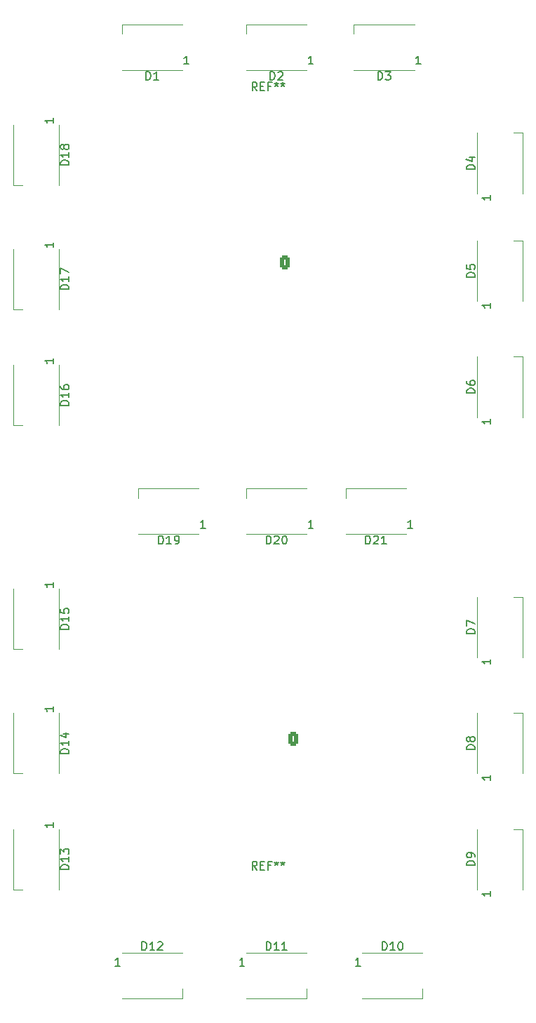
<source format=gto>
G04 #@! TF.GenerationSoftware,KiCad,Pcbnew,6.0.2+dfsg-1*
G04 #@! TF.CreationDate,2022-10-20T18:04:05-07:00*
G04 #@! TF.ProjectId,digit,64696769-742e-46b6-9963-61645f706362,rev?*
G04 #@! TF.SameCoordinates,Original*
G04 #@! TF.FileFunction,Legend,Top*
G04 #@! TF.FilePolarity,Positive*
%FSLAX46Y46*%
G04 Gerber Fmt 4.6, Leading zero omitted, Abs format (unit mm)*
G04 Created by KiCad (PCBNEW 6.0.2+dfsg-1) date 2022-10-20 18:04:05*
%MOMM*%
%LPD*%
G01*
G04 APERTURE LIST*
G04 Aperture macros list*
%AMRoundRect*
0 Rectangle with rounded corners*
0 $1 Rounding radius*
0 $2 $3 $4 $5 $6 $7 $8 $9 X,Y pos of 4 corners*
0 Add a 4 corners polygon primitive as box body*
4,1,4,$2,$3,$4,$5,$6,$7,$8,$9,$2,$3,0*
0 Add four circle primitives for the rounded corners*
1,1,$1+$1,$2,$3*
1,1,$1+$1,$4,$5*
1,1,$1+$1,$6,$7*
1,1,$1+$1,$8,$9*
0 Add four rect primitives between the rounded corners*
20,1,$1+$1,$2,$3,$4,$5,0*
20,1,$1+$1,$4,$5,$6,$7,0*
20,1,$1+$1,$6,$7,$8,$9,0*
20,1,$1+$1,$8,$9,$2,$3,0*%
G04 Aperture macros list end*
%ADD10C,0.150000*%
%ADD11C,0.120000*%
%ADD12R,1.000000X1.500000*%
%ADD13C,3.200000*%
%ADD14R,1.500000X1.000000*%
%ADD15RoundRect,0.250000X0.350000X0.625000X-0.350000X0.625000X-0.350000X-0.625000X0.350000X-0.625000X0*%
%ADD16O,1.200000X1.750000*%
G04 APERTURE END LIST*
D10*
X78952380Y-135214285D02*
X77952380Y-135214285D01*
X77952380Y-134976190D01*
X78000000Y-134833333D01*
X78095238Y-134738095D01*
X78190476Y-134690476D01*
X78380952Y-134642857D01*
X78523809Y-134642857D01*
X78714285Y-134690476D01*
X78809523Y-134738095D01*
X78904761Y-134833333D01*
X78952380Y-134976190D01*
X78952380Y-135214285D01*
X78952380Y-133690476D02*
X78952380Y-134261904D01*
X78952380Y-133976190D02*
X77952380Y-133976190D01*
X78095238Y-134071428D01*
X78190476Y-134166666D01*
X78238095Y-134261904D01*
X78285714Y-132833333D02*
X78952380Y-132833333D01*
X77904761Y-133071428D02*
X78619047Y-133309523D01*
X78619047Y-132690476D01*
X77052380Y-129564285D02*
X77052380Y-130135714D01*
X77052380Y-129850000D02*
X76052380Y-129850000D01*
X76195238Y-129945238D01*
X76290476Y-130040476D01*
X76338095Y-130135714D01*
X127952380Y-120738095D02*
X126952380Y-120738095D01*
X126952380Y-120500000D01*
X127000000Y-120357142D01*
X127095238Y-120261904D01*
X127190476Y-120214285D01*
X127380952Y-120166666D01*
X127523809Y-120166666D01*
X127714285Y-120214285D01*
X127809523Y-120261904D01*
X127904761Y-120357142D01*
X127952380Y-120500000D01*
X127952380Y-120738095D01*
X126952380Y-119833333D02*
X126952380Y-119166666D01*
X127952380Y-119595238D01*
X129852380Y-123864285D02*
X129852380Y-124435714D01*
X129852380Y-124150000D02*
X128852380Y-124150000D01*
X128995238Y-124245238D01*
X129090476Y-124340476D01*
X129138095Y-124435714D01*
X78952380Y-79214285D02*
X77952380Y-79214285D01*
X77952380Y-78976190D01*
X78000000Y-78833333D01*
X78095238Y-78738095D01*
X78190476Y-78690476D01*
X78380952Y-78642857D01*
X78523809Y-78642857D01*
X78714285Y-78690476D01*
X78809523Y-78738095D01*
X78904761Y-78833333D01*
X78952380Y-78976190D01*
X78952380Y-79214285D01*
X78952380Y-77690476D02*
X78952380Y-78261904D01*
X78952380Y-77976190D02*
X77952380Y-77976190D01*
X78095238Y-78071428D01*
X78190476Y-78166666D01*
X78238095Y-78261904D01*
X77952380Y-77357142D02*
X77952380Y-76690476D01*
X78952380Y-77119047D01*
X77052380Y-73564285D02*
X77052380Y-74135714D01*
X77052380Y-73850000D02*
X76052380Y-73850000D01*
X76195238Y-73945238D01*
X76290476Y-74040476D01*
X76338095Y-74135714D01*
X127952380Y-64738095D02*
X126952380Y-64738095D01*
X126952380Y-64500000D01*
X127000000Y-64357142D01*
X127095238Y-64261904D01*
X127190476Y-64214285D01*
X127380952Y-64166666D01*
X127523809Y-64166666D01*
X127714285Y-64214285D01*
X127809523Y-64261904D01*
X127904761Y-64357142D01*
X127952380Y-64500000D01*
X127952380Y-64738095D01*
X127285714Y-63309523D02*
X127952380Y-63309523D01*
X126904761Y-63547619D02*
X127619047Y-63785714D01*
X127619047Y-63166666D01*
X129852380Y-67864285D02*
X129852380Y-68435714D01*
X129852380Y-68150000D02*
X128852380Y-68150000D01*
X128995238Y-68245238D01*
X129090476Y-68340476D01*
X129138095Y-68435714D01*
X78952380Y-64214285D02*
X77952380Y-64214285D01*
X77952380Y-63976190D01*
X78000000Y-63833333D01*
X78095238Y-63738095D01*
X78190476Y-63690476D01*
X78380952Y-63642857D01*
X78523809Y-63642857D01*
X78714285Y-63690476D01*
X78809523Y-63738095D01*
X78904761Y-63833333D01*
X78952380Y-63976190D01*
X78952380Y-64214285D01*
X78952380Y-62690476D02*
X78952380Y-63261904D01*
X78952380Y-62976190D02*
X77952380Y-62976190D01*
X78095238Y-63071428D01*
X78190476Y-63166666D01*
X78238095Y-63261904D01*
X78380952Y-62119047D02*
X78333333Y-62214285D01*
X78285714Y-62261904D01*
X78190476Y-62309523D01*
X78142857Y-62309523D01*
X78047619Y-62261904D01*
X78000000Y-62214285D01*
X77952380Y-62119047D01*
X77952380Y-61928571D01*
X78000000Y-61833333D01*
X78047619Y-61785714D01*
X78142857Y-61738095D01*
X78190476Y-61738095D01*
X78285714Y-61785714D01*
X78333333Y-61833333D01*
X78380952Y-61928571D01*
X78380952Y-62119047D01*
X78428571Y-62214285D01*
X78476190Y-62261904D01*
X78571428Y-62309523D01*
X78761904Y-62309523D01*
X78857142Y-62261904D01*
X78904761Y-62214285D01*
X78952380Y-62119047D01*
X78952380Y-61928571D01*
X78904761Y-61833333D01*
X78857142Y-61785714D01*
X78761904Y-61738095D01*
X78571428Y-61738095D01*
X78476190Y-61785714D01*
X78428571Y-61833333D01*
X78380952Y-61928571D01*
X77052380Y-58564285D02*
X77052380Y-59135714D01*
X77052380Y-58850000D02*
X76052380Y-58850000D01*
X76195238Y-58945238D01*
X76290476Y-59040476D01*
X76338095Y-59135714D01*
X101666666Y-55252380D02*
X101333333Y-54776190D01*
X101095238Y-55252380D02*
X101095238Y-54252380D01*
X101476190Y-54252380D01*
X101571428Y-54300000D01*
X101619047Y-54347619D01*
X101666666Y-54442857D01*
X101666666Y-54585714D01*
X101619047Y-54680952D01*
X101571428Y-54728571D01*
X101476190Y-54776190D01*
X101095238Y-54776190D01*
X102095238Y-54728571D02*
X102428571Y-54728571D01*
X102571428Y-55252380D02*
X102095238Y-55252380D01*
X102095238Y-54252380D01*
X102571428Y-54252380D01*
X103333333Y-54728571D02*
X103000000Y-54728571D01*
X103000000Y-55252380D02*
X103000000Y-54252380D01*
X103476190Y-54252380D01*
X104000000Y-54252380D02*
X104000000Y-54490476D01*
X103761904Y-54395238D02*
X104000000Y-54490476D01*
X104238095Y-54395238D01*
X103857142Y-54680952D02*
X104000000Y-54490476D01*
X104142857Y-54680952D01*
X104761904Y-54252380D02*
X104761904Y-54490476D01*
X104523809Y-54395238D02*
X104761904Y-54490476D01*
X105000000Y-54395238D01*
X104619047Y-54680952D02*
X104761904Y-54490476D01*
X104904761Y-54680952D01*
X78952380Y-149214285D02*
X77952380Y-149214285D01*
X77952380Y-148976190D01*
X78000000Y-148833333D01*
X78095238Y-148738095D01*
X78190476Y-148690476D01*
X78380952Y-148642857D01*
X78523809Y-148642857D01*
X78714285Y-148690476D01*
X78809523Y-148738095D01*
X78904761Y-148833333D01*
X78952380Y-148976190D01*
X78952380Y-149214285D01*
X78952380Y-147690476D02*
X78952380Y-148261904D01*
X78952380Y-147976190D02*
X77952380Y-147976190D01*
X78095238Y-148071428D01*
X78190476Y-148166666D01*
X78238095Y-148261904D01*
X77952380Y-147357142D02*
X77952380Y-146738095D01*
X78333333Y-147071428D01*
X78333333Y-146928571D01*
X78380952Y-146833333D01*
X78428571Y-146785714D01*
X78523809Y-146738095D01*
X78761904Y-146738095D01*
X78857142Y-146785714D01*
X78904761Y-146833333D01*
X78952380Y-146928571D01*
X78952380Y-147214285D01*
X78904761Y-147309523D01*
X78857142Y-147357142D01*
X77052380Y-143564285D02*
X77052380Y-144135714D01*
X77052380Y-143850000D02*
X76052380Y-143850000D01*
X76195238Y-143945238D01*
X76290476Y-144040476D01*
X76338095Y-144135714D01*
X88261904Y-53952380D02*
X88261904Y-52952380D01*
X88500000Y-52952380D01*
X88642857Y-53000000D01*
X88738095Y-53095238D01*
X88785714Y-53190476D01*
X88833333Y-53380952D01*
X88833333Y-53523809D01*
X88785714Y-53714285D01*
X88738095Y-53809523D01*
X88642857Y-53904761D01*
X88500000Y-53952380D01*
X88261904Y-53952380D01*
X89785714Y-53952380D02*
X89214285Y-53952380D01*
X89500000Y-53952380D02*
X89500000Y-52952380D01*
X89404761Y-53095238D01*
X89309523Y-53190476D01*
X89214285Y-53238095D01*
X93435714Y-52052380D02*
X92864285Y-52052380D01*
X93150000Y-52052380D02*
X93150000Y-51052380D01*
X93054761Y-51195238D01*
X92959523Y-51290476D01*
X92864285Y-51338095D01*
X116261904Y-53952380D02*
X116261904Y-52952380D01*
X116500000Y-52952380D01*
X116642857Y-53000000D01*
X116738095Y-53095238D01*
X116785714Y-53190476D01*
X116833333Y-53380952D01*
X116833333Y-53523809D01*
X116785714Y-53714285D01*
X116738095Y-53809523D01*
X116642857Y-53904761D01*
X116500000Y-53952380D01*
X116261904Y-53952380D01*
X117166666Y-52952380D02*
X117785714Y-52952380D01*
X117452380Y-53333333D01*
X117595238Y-53333333D01*
X117690476Y-53380952D01*
X117738095Y-53428571D01*
X117785714Y-53523809D01*
X117785714Y-53761904D01*
X117738095Y-53857142D01*
X117690476Y-53904761D01*
X117595238Y-53952380D01*
X117309523Y-53952380D01*
X117214285Y-53904761D01*
X117166666Y-53857142D01*
X121435714Y-52052380D02*
X120864285Y-52052380D01*
X121150000Y-52052380D02*
X121150000Y-51052380D01*
X121054761Y-51195238D01*
X120959523Y-51290476D01*
X120864285Y-51338095D01*
X127952380Y-77738095D02*
X126952380Y-77738095D01*
X126952380Y-77500000D01*
X127000000Y-77357142D01*
X127095238Y-77261904D01*
X127190476Y-77214285D01*
X127380952Y-77166666D01*
X127523809Y-77166666D01*
X127714285Y-77214285D01*
X127809523Y-77261904D01*
X127904761Y-77357142D01*
X127952380Y-77500000D01*
X127952380Y-77738095D01*
X126952380Y-76261904D02*
X126952380Y-76738095D01*
X127428571Y-76785714D01*
X127380952Y-76738095D01*
X127333333Y-76642857D01*
X127333333Y-76404761D01*
X127380952Y-76309523D01*
X127428571Y-76261904D01*
X127523809Y-76214285D01*
X127761904Y-76214285D01*
X127857142Y-76261904D01*
X127904761Y-76309523D01*
X127952380Y-76404761D01*
X127952380Y-76642857D01*
X127904761Y-76738095D01*
X127857142Y-76785714D01*
X129852380Y-80864285D02*
X129852380Y-81435714D01*
X129852380Y-81150000D02*
X128852380Y-81150000D01*
X128995238Y-81245238D01*
X129090476Y-81340476D01*
X129138095Y-81435714D01*
X103261904Y-53952380D02*
X103261904Y-52952380D01*
X103500000Y-52952380D01*
X103642857Y-53000000D01*
X103738095Y-53095238D01*
X103785714Y-53190476D01*
X103833333Y-53380952D01*
X103833333Y-53523809D01*
X103785714Y-53714285D01*
X103738095Y-53809523D01*
X103642857Y-53904761D01*
X103500000Y-53952380D01*
X103261904Y-53952380D01*
X104214285Y-53047619D02*
X104261904Y-53000000D01*
X104357142Y-52952380D01*
X104595238Y-52952380D01*
X104690476Y-53000000D01*
X104738095Y-53047619D01*
X104785714Y-53142857D01*
X104785714Y-53238095D01*
X104738095Y-53380952D01*
X104166666Y-53952380D01*
X104785714Y-53952380D01*
X108435714Y-52052380D02*
X107864285Y-52052380D01*
X108150000Y-52052380D02*
X108150000Y-51052380D01*
X108054761Y-51195238D01*
X107959523Y-51290476D01*
X107864285Y-51338095D01*
X114785714Y-109952380D02*
X114785714Y-108952380D01*
X115023809Y-108952380D01*
X115166666Y-109000000D01*
X115261904Y-109095238D01*
X115309523Y-109190476D01*
X115357142Y-109380952D01*
X115357142Y-109523809D01*
X115309523Y-109714285D01*
X115261904Y-109809523D01*
X115166666Y-109904761D01*
X115023809Y-109952380D01*
X114785714Y-109952380D01*
X115738095Y-109047619D02*
X115785714Y-109000000D01*
X115880952Y-108952380D01*
X116119047Y-108952380D01*
X116214285Y-109000000D01*
X116261904Y-109047619D01*
X116309523Y-109142857D01*
X116309523Y-109238095D01*
X116261904Y-109380952D01*
X115690476Y-109952380D01*
X116309523Y-109952380D01*
X117261904Y-109952380D02*
X116690476Y-109952380D01*
X116976190Y-109952380D02*
X116976190Y-108952380D01*
X116880952Y-109095238D01*
X116785714Y-109190476D01*
X116690476Y-109238095D01*
X120435714Y-108052380D02*
X119864285Y-108052380D01*
X120150000Y-108052380D02*
X120150000Y-107052380D01*
X120054761Y-107195238D01*
X119959523Y-107290476D01*
X119864285Y-107338095D01*
X101666666Y-149252380D02*
X101333333Y-148776190D01*
X101095238Y-149252380D02*
X101095238Y-148252380D01*
X101476190Y-148252380D01*
X101571428Y-148300000D01*
X101619047Y-148347619D01*
X101666666Y-148442857D01*
X101666666Y-148585714D01*
X101619047Y-148680952D01*
X101571428Y-148728571D01*
X101476190Y-148776190D01*
X101095238Y-148776190D01*
X102095238Y-148728571D02*
X102428571Y-148728571D01*
X102571428Y-149252380D02*
X102095238Y-149252380D01*
X102095238Y-148252380D01*
X102571428Y-148252380D01*
X103333333Y-148728571D02*
X103000000Y-148728571D01*
X103000000Y-149252380D02*
X103000000Y-148252380D01*
X103476190Y-148252380D01*
X104000000Y-148252380D02*
X104000000Y-148490476D01*
X103761904Y-148395238D02*
X104000000Y-148490476D01*
X104238095Y-148395238D01*
X103857142Y-148680952D02*
X104000000Y-148490476D01*
X104142857Y-148680952D01*
X104761904Y-148252380D02*
X104761904Y-148490476D01*
X104523809Y-148395238D02*
X104761904Y-148490476D01*
X105000000Y-148395238D01*
X104619047Y-148680952D02*
X104761904Y-148490476D01*
X104904761Y-148680952D01*
X127952380Y-91738095D02*
X126952380Y-91738095D01*
X126952380Y-91500000D01*
X127000000Y-91357142D01*
X127095238Y-91261904D01*
X127190476Y-91214285D01*
X127380952Y-91166666D01*
X127523809Y-91166666D01*
X127714285Y-91214285D01*
X127809523Y-91261904D01*
X127904761Y-91357142D01*
X127952380Y-91500000D01*
X127952380Y-91738095D01*
X126952380Y-90309523D02*
X126952380Y-90500000D01*
X127000000Y-90595238D01*
X127047619Y-90642857D01*
X127190476Y-90738095D01*
X127380952Y-90785714D01*
X127761904Y-90785714D01*
X127857142Y-90738095D01*
X127904761Y-90690476D01*
X127952380Y-90595238D01*
X127952380Y-90404761D01*
X127904761Y-90309523D01*
X127857142Y-90261904D01*
X127761904Y-90214285D01*
X127523809Y-90214285D01*
X127428571Y-90261904D01*
X127380952Y-90309523D01*
X127333333Y-90404761D01*
X127333333Y-90595238D01*
X127380952Y-90690476D01*
X127428571Y-90738095D01*
X127523809Y-90785714D01*
X129852380Y-94864285D02*
X129852380Y-95435714D01*
X129852380Y-95150000D02*
X128852380Y-95150000D01*
X128995238Y-95245238D01*
X129090476Y-95340476D01*
X129138095Y-95435714D01*
X102785714Y-158952380D02*
X102785714Y-157952380D01*
X103023809Y-157952380D01*
X103166666Y-158000000D01*
X103261904Y-158095238D01*
X103309523Y-158190476D01*
X103357142Y-158380952D01*
X103357142Y-158523809D01*
X103309523Y-158714285D01*
X103261904Y-158809523D01*
X103166666Y-158904761D01*
X103023809Y-158952380D01*
X102785714Y-158952380D01*
X104309523Y-158952380D02*
X103738095Y-158952380D01*
X104023809Y-158952380D02*
X104023809Y-157952380D01*
X103928571Y-158095238D01*
X103833333Y-158190476D01*
X103738095Y-158238095D01*
X105261904Y-158952380D02*
X104690476Y-158952380D01*
X104976190Y-158952380D02*
X104976190Y-157952380D01*
X104880952Y-158095238D01*
X104785714Y-158190476D01*
X104690476Y-158238095D01*
X100135714Y-160852380D02*
X99564285Y-160852380D01*
X99850000Y-160852380D02*
X99850000Y-159852380D01*
X99754761Y-159995238D01*
X99659523Y-160090476D01*
X99564285Y-160138095D01*
X78952380Y-120214285D02*
X77952380Y-120214285D01*
X77952380Y-119976190D01*
X78000000Y-119833333D01*
X78095238Y-119738095D01*
X78190476Y-119690476D01*
X78380952Y-119642857D01*
X78523809Y-119642857D01*
X78714285Y-119690476D01*
X78809523Y-119738095D01*
X78904761Y-119833333D01*
X78952380Y-119976190D01*
X78952380Y-120214285D01*
X78952380Y-118690476D02*
X78952380Y-119261904D01*
X78952380Y-118976190D02*
X77952380Y-118976190D01*
X78095238Y-119071428D01*
X78190476Y-119166666D01*
X78238095Y-119261904D01*
X77952380Y-117785714D02*
X77952380Y-118261904D01*
X78428571Y-118309523D01*
X78380952Y-118261904D01*
X78333333Y-118166666D01*
X78333333Y-117928571D01*
X78380952Y-117833333D01*
X78428571Y-117785714D01*
X78523809Y-117738095D01*
X78761904Y-117738095D01*
X78857142Y-117785714D01*
X78904761Y-117833333D01*
X78952380Y-117928571D01*
X78952380Y-118166666D01*
X78904761Y-118261904D01*
X78857142Y-118309523D01*
X77052380Y-114564285D02*
X77052380Y-115135714D01*
X77052380Y-114850000D02*
X76052380Y-114850000D01*
X76195238Y-114945238D01*
X76290476Y-115040476D01*
X76338095Y-115135714D01*
X89785714Y-109952380D02*
X89785714Y-108952380D01*
X90023809Y-108952380D01*
X90166666Y-109000000D01*
X90261904Y-109095238D01*
X90309523Y-109190476D01*
X90357142Y-109380952D01*
X90357142Y-109523809D01*
X90309523Y-109714285D01*
X90261904Y-109809523D01*
X90166666Y-109904761D01*
X90023809Y-109952380D01*
X89785714Y-109952380D01*
X91309523Y-109952380D02*
X90738095Y-109952380D01*
X91023809Y-109952380D02*
X91023809Y-108952380D01*
X90928571Y-109095238D01*
X90833333Y-109190476D01*
X90738095Y-109238095D01*
X91785714Y-109952380D02*
X91976190Y-109952380D01*
X92071428Y-109904761D01*
X92119047Y-109857142D01*
X92214285Y-109714285D01*
X92261904Y-109523809D01*
X92261904Y-109142857D01*
X92214285Y-109047619D01*
X92166666Y-109000000D01*
X92071428Y-108952380D01*
X91880952Y-108952380D01*
X91785714Y-109000000D01*
X91738095Y-109047619D01*
X91690476Y-109142857D01*
X91690476Y-109380952D01*
X91738095Y-109476190D01*
X91785714Y-109523809D01*
X91880952Y-109571428D01*
X92071428Y-109571428D01*
X92166666Y-109523809D01*
X92214285Y-109476190D01*
X92261904Y-109380952D01*
X95435714Y-108052380D02*
X94864285Y-108052380D01*
X95150000Y-108052380D02*
X95150000Y-107052380D01*
X95054761Y-107195238D01*
X94959523Y-107290476D01*
X94864285Y-107338095D01*
X127952380Y-134738095D02*
X126952380Y-134738095D01*
X126952380Y-134500000D01*
X127000000Y-134357142D01*
X127095238Y-134261904D01*
X127190476Y-134214285D01*
X127380952Y-134166666D01*
X127523809Y-134166666D01*
X127714285Y-134214285D01*
X127809523Y-134261904D01*
X127904761Y-134357142D01*
X127952380Y-134500000D01*
X127952380Y-134738095D01*
X127380952Y-133595238D02*
X127333333Y-133690476D01*
X127285714Y-133738095D01*
X127190476Y-133785714D01*
X127142857Y-133785714D01*
X127047619Y-133738095D01*
X127000000Y-133690476D01*
X126952380Y-133595238D01*
X126952380Y-133404761D01*
X127000000Y-133309523D01*
X127047619Y-133261904D01*
X127142857Y-133214285D01*
X127190476Y-133214285D01*
X127285714Y-133261904D01*
X127333333Y-133309523D01*
X127380952Y-133404761D01*
X127380952Y-133595238D01*
X127428571Y-133690476D01*
X127476190Y-133738095D01*
X127571428Y-133785714D01*
X127761904Y-133785714D01*
X127857142Y-133738095D01*
X127904761Y-133690476D01*
X127952380Y-133595238D01*
X127952380Y-133404761D01*
X127904761Y-133309523D01*
X127857142Y-133261904D01*
X127761904Y-133214285D01*
X127571428Y-133214285D01*
X127476190Y-133261904D01*
X127428571Y-133309523D01*
X127380952Y-133404761D01*
X129852380Y-137864285D02*
X129852380Y-138435714D01*
X129852380Y-138150000D02*
X128852380Y-138150000D01*
X128995238Y-138245238D01*
X129090476Y-138340476D01*
X129138095Y-138435714D01*
X116785714Y-158952380D02*
X116785714Y-157952380D01*
X117023809Y-157952380D01*
X117166666Y-158000000D01*
X117261904Y-158095238D01*
X117309523Y-158190476D01*
X117357142Y-158380952D01*
X117357142Y-158523809D01*
X117309523Y-158714285D01*
X117261904Y-158809523D01*
X117166666Y-158904761D01*
X117023809Y-158952380D01*
X116785714Y-158952380D01*
X118309523Y-158952380D02*
X117738095Y-158952380D01*
X118023809Y-158952380D02*
X118023809Y-157952380D01*
X117928571Y-158095238D01*
X117833333Y-158190476D01*
X117738095Y-158238095D01*
X118928571Y-157952380D02*
X119023809Y-157952380D01*
X119119047Y-158000000D01*
X119166666Y-158047619D01*
X119214285Y-158142857D01*
X119261904Y-158333333D01*
X119261904Y-158571428D01*
X119214285Y-158761904D01*
X119166666Y-158857142D01*
X119119047Y-158904761D01*
X119023809Y-158952380D01*
X118928571Y-158952380D01*
X118833333Y-158904761D01*
X118785714Y-158857142D01*
X118738095Y-158761904D01*
X118690476Y-158571428D01*
X118690476Y-158333333D01*
X118738095Y-158142857D01*
X118785714Y-158047619D01*
X118833333Y-158000000D01*
X118928571Y-157952380D01*
X114135714Y-160852380D02*
X113564285Y-160852380D01*
X113850000Y-160852380D02*
X113850000Y-159852380D01*
X113754761Y-159995238D01*
X113659523Y-160090476D01*
X113564285Y-160138095D01*
X127952380Y-148738095D02*
X126952380Y-148738095D01*
X126952380Y-148500000D01*
X127000000Y-148357142D01*
X127095238Y-148261904D01*
X127190476Y-148214285D01*
X127380952Y-148166666D01*
X127523809Y-148166666D01*
X127714285Y-148214285D01*
X127809523Y-148261904D01*
X127904761Y-148357142D01*
X127952380Y-148500000D01*
X127952380Y-148738095D01*
X127952380Y-147690476D02*
X127952380Y-147500000D01*
X127904761Y-147404761D01*
X127857142Y-147357142D01*
X127714285Y-147261904D01*
X127523809Y-147214285D01*
X127142857Y-147214285D01*
X127047619Y-147261904D01*
X127000000Y-147309523D01*
X126952380Y-147404761D01*
X126952380Y-147595238D01*
X127000000Y-147690476D01*
X127047619Y-147738095D01*
X127142857Y-147785714D01*
X127380952Y-147785714D01*
X127476190Y-147738095D01*
X127523809Y-147690476D01*
X127571428Y-147595238D01*
X127571428Y-147404761D01*
X127523809Y-147309523D01*
X127476190Y-147261904D01*
X127380952Y-147214285D01*
X129852380Y-151864285D02*
X129852380Y-152435714D01*
X129852380Y-152150000D02*
X128852380Y-152150000D01*
X128995238Y-152245238D01*
X129090476Y-152340476D01*
X129138095Y-152435714D01*
X87785714Y-158952380D02*
X87785714Y-157952380D01*
X88023809Y-157952380D01*
X88166666Y-158000000D01*
X88261904Y-158095238D01*
X88309523Y-158190476D01*
X88357142Y-158380952D01*
X88357142Y-158523809D01*
X88309523Y-158714285D01*
X88261904Y-158809523D01*
X88166666Y-158904761D01*
X88023809Y-158952380D01*
X87785714Y-158952380D01*
X89309523Y-158952380D02*
X88738095Y-158952380D01*
X89023809Y-158952380D02*
X89023809Y-157952380D01*
X88928571Y-158095238D01*
X88833333Y-158190476D01*
X88738095Y-158238095D01*
X89690476Y-158047619D02*
X89738095Y-158000000D01*
X89833333Y-157952380D01*
X90071428Y-157952380D01*
X90166666Y-158000000D01*
X90214285Y-158047619D01*
X90261904Y-158142857D01*
X90261904Y-158238095D01*
X90214285Y-158380952D01*
X89642857Y-158952380D01*
X90261904Y-158952380D01*
X85135714Y-160852380D02*
X84564285Y-160852380D01*
X84850000Y-160852380D02*
X84850000Y-159852380D01*
X84754761Y-159995238D01*
X84659523Y-160090476D01*
X84564285Y-160138095D01*
X78952380Y-93214285D02*
X77952380Y-93214285D01*
X77952380Y-92976190D01*
X78000000Y-92833333D01*
X78095238Y-92738095D01*
X78190476Y-92690476D01*
X78380952Y-92642857D01*
X78523809Y-92642857D01*
X78714285Y-92690476D01*
X78809523Y-92738095D01*
X78904761Y-92833333D01*
X78952380Y-92976190D01*
X78952380Y-93214285D01*
X78952380Y-91690476D02*
X78952380Y-92261904D01*
X78952380Y-91976190D02*
X77952380Y-91976190D01*
X78095238Y-92071428D01*
X78190476Y-92166666D01*
X78238095Y-92261904D01*
X77952380Y-90833333D02*
X77952380Y-91023809D01*
X78000000Y-91119047D01*
X78047619Y-91166666D01*
X78190476Y-91261904D01*
X78380952Y-91309523D01*
X78761904Y-91309523D01*
X78857142Y-91261904D01*
X78904761Y-91214285D01*
X78952380Y-91119047D01*
X78952380Y-90928571D01*
X78904761Y-90833333D01*
X78857142Y-90785714D01*
X78761904Y-90738095D01*
X78523809Y-90738095D01*
X78428571Y-90785714D01*
X78380952Y-90833333D01*
X78333333Y-90928571D01*
X78333333Y-91119047D01*
X78380952Y-91214285D01*
X78428571Y-91261904D01*
X78523809Y-91309523D01*
X77052380Y-87564285D02*
X77052380Y-88135714D01*
X77052380Y-87850000D02*
X76052380Y-87850000D01*
X76195238Y-87945238D01*
X76290476Y-88040476D01*
X76338095Y-88135714D01*
X102785714Y-109952380D02*
X102785714Y-108952380D01*
X103023809Y-108952380D01*
X103166666Y-109000000D01*
X103261904Y-109095238D01*
X103309523Y-109190476D01*
X103357142Y-109380952D01*
X103357142Y-109523809D01*
X103309523Y-109714285D01*
X103261904Y-109809523D01*
X103166666Y-109904761D01*
X103023809Y-109952380D01*
X102785714Y-109952380D01*
X103738095Y-109047619D02*
X103785714Y-109000000D01*
X103880952Y-108952380D01*
X104119047Y-108952380D01*
X104214285Y-109000000D01*
X104261904Y-109047619D01*
X104309523Y-109142857D01*
X104309523Y-109238095D01*
X104261904Y-109380952D01*
X103690476Y-109952380D01*
X104309523Y-109952380D01*
X104928571Y-108952380D02*
X105023809Y-108952380D01*
X105119047Y-109000000D01*
X105166666Y-109047619D01*
X105214285Y-109142857D01*
X105261904Y-109333333D01*
X105261904Y-109571428D01*
X105214285Y-109761904D01*
X105166666Y-109857142D01*
X105119047Y-109904761D01*
X105023809Y-109952380D01*
X104928571Y-109952380D01*
X104833333Y-109904761D01*
X104785714Y-109857142D01*
X104738095Y-109761904D01*
X104690476Y-109571428D01*
X104690476Y-109333333D01*
X104738095Y-109142857D01*
X104785714Y-109047619D01*
X104833333Y-109000000D01*
X104928571Y-108952380D01*
X108435714Y-108052380D02*
X107864285Y-108052380D01*
X108150000Y-108052380D02*
X108150000Y-107052380D01*
X108054761Y-107195238D01*
X107959523Y-107290476D01*
X107864285Y-107338095D01*
D11*
X77750000Y-130350000D02*
X77750000Y-137650000D01*
X72250000Y-130350000D02*
X72250000Y-137650000D01*
X72250000Y-137650000D02*
X73400000Y-137650000D01*
X128250000Y-123650000D02*
X128250000Y-116350000D01*
X133750000Y-116350000D02*
X132600000Y-116350000D01*
X133750000Y-123650000D02*
X133750000Y-116350000D01*
X72250000Y-81650000D02*
X73400000Y-81650000D01*
X72250000Y-74350000D02*
X72250000Y-81650000D01*
X77750000Y-74350000D02*
X77750000Y-81650000D01*
X128250000Y-67650000D02*
X128250000Y-60350000D01*
X133750000Y-60350000D02*
X132600000Y-60350000D01*
X133750000Y-67650000D02*
X133750000Y-60350000D01*
X72250000Y-66650000D02*
X73400000Y-66650000D01*
X77750000Y-59350000D02*
X77750000Y-66650000D01*
X72250000Y-59350000D02*
X72250000Y-66650000D01*
X72250000Y-144350000D02*
X72250000Y-151650000D01*
X72250000Y-151650000D02*
X73400000Y-151650000D01*
X77750000Y-144350000D02*
X77750000Y-151650000D01*
X92650000Y-52750000D02*
X85350000Y-52750000D01*
X85350000Y-47250000D02*
X85350000Y-48400000D01*
X92650000Y-47250000D02*
X85350000Y-47250000D01*
X120650000Y-52750000D02*
X113350000Y-52750000D01*
X120650000Y-47250000D02*
X113350000Y-47250000D01*
X113350000Y-47250000D02*
X113350000Y-48400000D01*
X128250000Y-80650000D02*
X128250000Y-73350000D01*
X133750000Y-73350000D02*
X132600000Y-73350000D01*
X133750000Y-80650000D02*
X133750000Y-73350000D01*
X107650000Y-47250000D02*
X100350000Y-47250000D01*
X107650000Y-52750000D02*
X100350000Y-52750000D01*
X100350000Y-47250000D02*
X100350000Y-48400000D01*
X119650000Y-103250000D02*
X112350000Y-103250000D01*
X119650000Y-108750000D02*
X112350000Y-108750000D01*
X112350000Y-103250000D02*
X112350000Y-104400000D01*
X133750000Y-87350000D02*
X132600000Y-87350000D01*
X128250000Y-94650000D02*
X128250000Y-87350000D01*
X133750000Y-94650000D02*
X133750000Y-87350000D01*
X100350000Y-164750000D02*
X107650000Y-164750000D01*
X100350000Y-159250000D02*
X107650000Y-159250000D01*
X107650000Y-164750000D02*
X107650000Y-163600000D01*
X72250000Y-115350000D02*
X72250000Y-122650000D01*
X72250000Y-122650000D02*
X73400000Y-122650000D01*
X77750000Y-115350000D02*
X77750000Y-122650000D01*
X87350000Y-103250000D02*
X87350000Y-104400000D01*
X94650000Y-108750000D02*
X87350000Y-108750000D01*
X94650000Y-103250000D02*
X87350000Y-103250000D01*
X133750000Y-130350000D02*
X132600000Y-130350000D01*
X133750000Y-137650000D02*
X133750000Y-130350000D01*
X128250000Y-137650000D02*
X128250000Y-130350000D01*
X121650000Y-164750000D02*
X121650000Y-163600000D01*
X114350000Y-164750000D02*
X121650000Y-164750000D01*
X114350000Y-159250000D02*
X121650000Y-159250000D01*
X128250000Y-151650000D02*
X128250000Y-144350000D01*
X133750000Y-144350000D02*
X132600000Y-144350000D01*
X133750000Y-151650000D02*
X133750000Y-144350000D01*
X85350000Y-159250000D02*
X92650000Y-159250000D01*
X85350000Y-164750000D02*
X92650000Y-164750000D01*
X92650000Y-164750000D02*
X92650000Y-163600000D01*
X72250000Y-88350000D02*
X72250000Y-95650000D01*
X72250000Y-95650000D02*
X73400000Y-95650000D01*
X77750000Y-88350000D02*
X77750000Y-95650000D01*
X100350000Y-103250000D02*
X100350000Y-104400000D01*
X107650000Y-108750000D02*
X100350000Y-108750000D01*
X107650000Y-103250000D02*
X100350000Y-103250000D01*
%LPC*%
D12*
X76600000Y-131550000D03*
X73400000Y-131550000D03*
X73400000Y-136450000D03*
X76600000Y-136450000D03*
X129400000Y-122450000D03*
X132600000Y-122450000D03*
X132600000Y-117550000D03*
X129400000Y-117550000D03*
X76600000Y-75550000D03*
X73400000Y-75550000D03*
X73400000Y-80450000D03*
X76600000Y-80450000D03*
X129400000Y-66450000D03*
X132600000Y-66450000D03*
X132600000Y-61550000D03*
X129400000Y-61550000D03*
X76600000Y-60550000D03*
X73400000Y-60550000D03*
X73400000Y-65450000D03*
X76600000Y-65450000D03*
D13*
X103000000Y-59000000D03*
D12*
X76600000Y-145550000D03*
X73400000Y-145550000D03*
X73400000Y-150450000D03*
X76600000Y-150450000D03*
D14*
X91450000Y-51600000D03*
X91450000Y-48400000D03*
X86550000Y-48400000D03*
X86550000Y-51600000D03*
X119450000Y-51600000D03*
X119450000Y-48400000D03*
X114550000Y-48400000D03*
X114550000Y-51600000D03*
D12*
X129400000Y-79450000D03*
X132600000Y-79450000D03*
X132600000Y-74550000D03*
X129400000Y-74550000D03*
D14*
X106450000Y-51600000D03*
X106450000Y-48400000D03*
X101550000Y-48400000D03*
X101550000Y-51600000D03*
X118450000Y-107600000D03*
X118450000Y-104400000D03*
X113550000Y-104400000D03*
X113550000Y-107600000D03*
D13*
X103000000Y-153000000D03*
D12*
X129400000Y-93450000D03*
X132600000Y-93450000D03*
X132600000Y-88550000D03*
X129400000Y-88550000D03*
D14*
X101550000Y-160400000D03*
X101550000Y-163600000D03*
X106450000Y-163600000D03*
X106450000Y-160400000D03*
D12*
X76600000Y-116550000D03*
X73400000Y-116550000D03*
X73400000Y-121450000D03*
X76600000Y-121450000D03*
D14*
X93450000Y-107600000D03*
X93450000Y-104400000D03*
X88550000Y-104400000D03*
X88550000Y-107600000D03*
D12*
X129400000Y-136450000D03*
X132600000Y-136450000D03*
X132600000Y-131550000D03*
X129400000Y-131550000D03*
D14*
X115550000Y-160400000D03*
X115550000Y-163600000D03*
X120450000Y-163600000D03*
X120450000Y-160400000D03*
D12*
X129400000Y-150450000D03*
X132600000Y-150450000D03*
X132600000Y-145550000D03*
X129400000Y-145550000D03*
D14*
X86550000Y-160400000D03*
X86550000Y-163600000D03*
X91450000Y-163600000D03*
X91450000Y-160400000D03*
D12*
X76600000Y-89550000D03*
X73400000Y-89550000D03*
X73400000Y-94450000D03*
X76600000Y-94450000D03*
D14*
X106450000Y-107600000D03*
X106450000Y-104400000D03*
X101550000Y-104400000D03*
X101550000Y-107600000D03*
D15*
X105000000Y-76000000D03*
D16*
X103000000Y-76000000D03*
X101000000Y-76000000D03*
D15*
X106000000Y-133450000D03*
D16*
X104000000Y-133450000D03*
X102000000Y-133450000D03*
M02*

</source>
